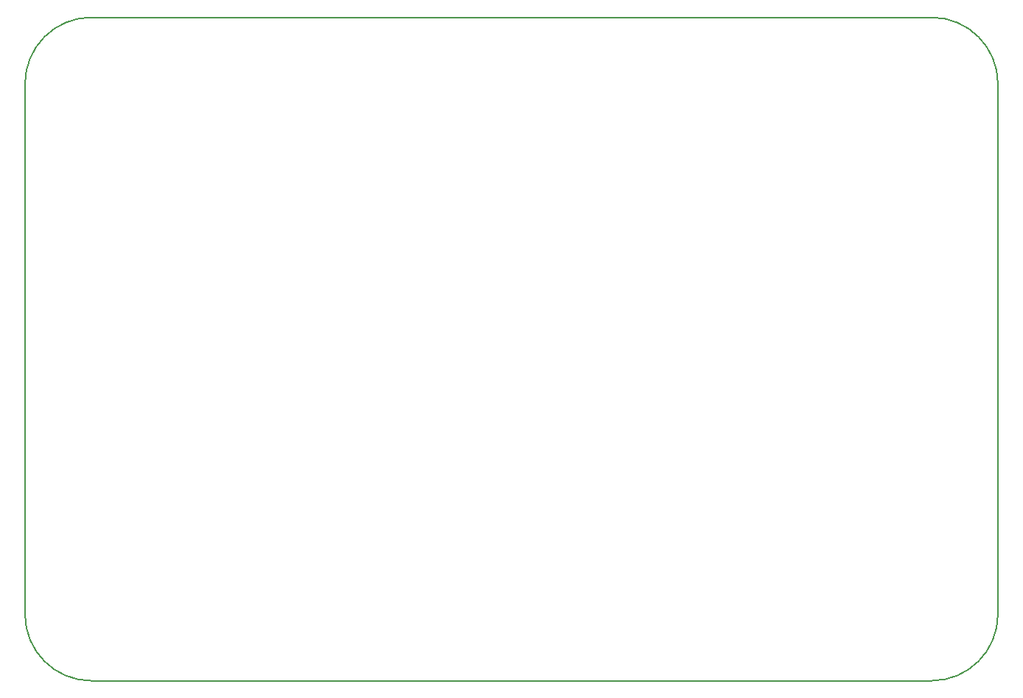
<source format=gbr>
%TF.GenerationSoftware,KiCad,Pcbnew,(6.0.4)*%
%TF.CreationDate,2022-04-30T16:21:15-04:00*%
%TF.ProjectId,dpp-architecture,6470702d-6172-4636-9869-746563747572,1.0*%
%TF.SameCoordinates,Original*%
%TF.FileFunction,Paste,Bot*%
%TF.FilePolarity,Positive*%
%FSLAX46Y46*%
G04 Gerber Fmt 4.6, Leading zero omitted, Abs format (unit mm)*
G04 Created by KiCad (PCBNEW (6.0.4)) date 2022-04-30 16:21:15*
%MOMM*%
%LPD*%
G01*
G04 APERTURE LIST*
%TA.AperFunction,Profile*%
%ADD10C,0.150000*%
%TD*%
G04 APERTURE END LIST*
D10*
X205740000Y-58420000D02*
X109220000Y-58420000D01*
X205740000Y-134620000D02*
G75*
G03*
X213360000Y-127000000I0J7620000D01*
G01*
X109220000Y-58420000D02*
G75*
G03*
X101600000Y-66040000I0J-7620000D01*
G01*
X213360000Y-66040000D02*
G75*
G03*
X205740000Y-58420000I-7620000J0D01*
G01*
X101600000Y-127000000D02*
G75*
G03*
X109220000Y-134620000I7620000J0D01*
G01*
X101600000Y-66040000D02*
X101600000Y-127000000D01*
X109220000Y-134620000D02*
X205740000Y-134620000D01*
X213360000Y-66040000D02*
X213360000Y-127000000D01*
M02*

</source>
